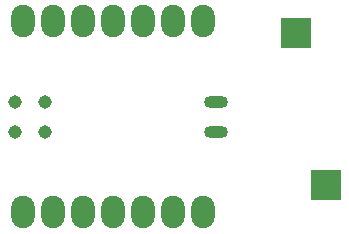
<source format=gbr>
G04 #@! TF.GenerationSoftware,KiCad,Pcbnew,8.0.6*
G04 #@! TF.CreationDate,2025-06-28T12:58:56+01:00*
G04 #@! TF.ProjectId,1x1,3178312e-6b69-4636-9164-5f7063625858,0.1*
G04 #@! TF.SameCoordinates,Original*
G04 #@! TF.FileFunction,Paste,Bot*
G04 #@! TF.FilePolarity,Positive*
%FSLAX46Y46*%
G04 Gerber Fmt 4.6, Leading zero omitted, Abs format (unit mm)*
G04 Created by KiCad (PCBNEW 8.0.6) date 2025-06-28 12:58:56*
%MOMM*%
%LPD*%
G01*
G04 APERTURE LIST*
%ADD10R,2.500000X2.550000*%
%ADD11O,1.998980X2.748280*%
%ADD12O,2.032000X1.016000*%
%ADD13C,1.143000*%
G04 APERTURE END LIST*
D10*
X117460000Y-54573000D03*
X120000000Y-67500000D03*
D11*
X94376066Y-53608000D03*
X96916066Y-53608000D03*
X99456066Y-53608000D03*
X101996066Y-53608000D03*
X104536066Y-53608000D03*
X107076066Y-53608000D03*
X109616066Y-53608000D03*
X109616066Y-69772560D03*
X107076066Y-69772560D03*
X104536066Y-69772560D03*
X101996066Y-69772560D03*
X99456066Y-69772560D03*
X96916066Y-69772560D03*
X94376066Y-69772560D03*
D12*
X110693886Y-60474880D03*
X110693886Y-63024880D03*
D13*
X93689699Y-60473683D03*
X93689699Y-63013683D03*
X96229699Y-60473683D03*
X96229699Y-63013683D03*
M02*

</source>
